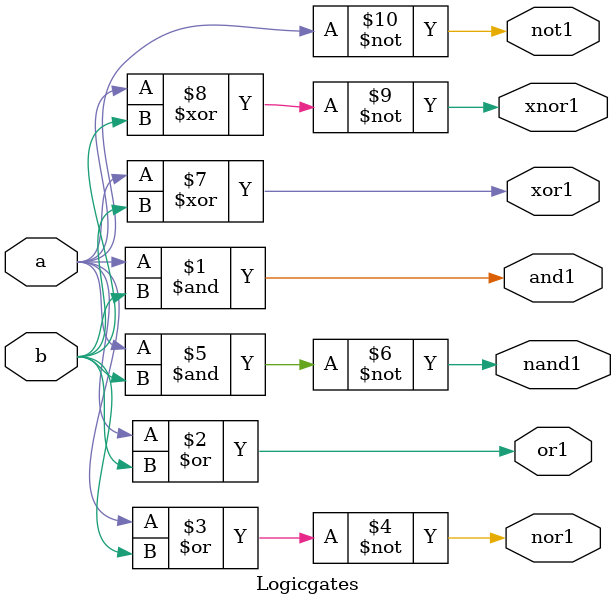
<source format=v>
module Logicgates(a,b,and1,or1,nor1,nand1,not1,xor1,xnor1);
input a,b;
output and1,or1,nor1,nand1,not1,xor1,xnor1;
and g1(and1,a,b);
or g2(or1,a,b);
nor g3(nor1,a,b);
nand g4(nand1,a,b);
not g5(not1,a);
xor g6(xor1,a,b);
xnor g7(xnor1,a,b);
endmodule

</source>
